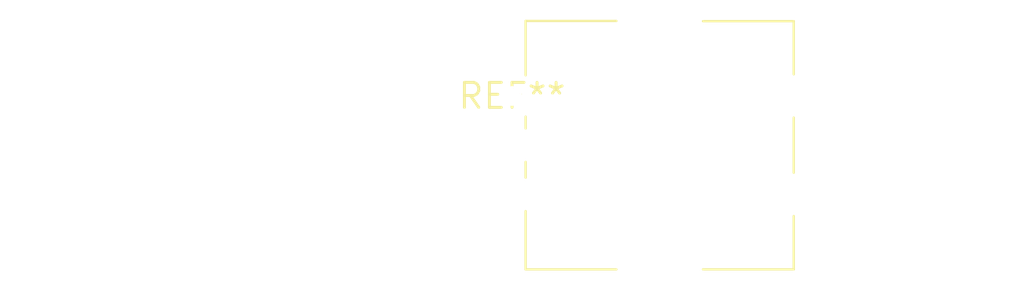
<source format=kicad_pcb>
(kicad_pcb (version 20240108) (generator pcbnew)
  (layers (0 "F.Cu" signal) (31 "B.Cu" signal) (34 "B.Paste" user) (35 "F.Paste" user) (36 "B.SilkS" user "B.Silkscreen") (37 "F.SilkS" user "F.Silkscreen") (38 "B.Mask" user) (39 "F.Mask" user) (44 "Edge.Cuts" user))
  (net 0 "")
  (footprint "RotaryEncoder_Bourns_Vertical_PEC12R-3x17F-Sxxxx" (layer "F.Cu") (at 0 0)
    (property "Reference" "REF**")
    (property "Value" "RotaryEncoder_Bourns_Vertical_PEC12R-3x17F-Sxxxx")
    (fp_line (start 0.69 -3.81) (end 5.3 -3.81) (layer "F.SilkS") (stroke (width 0.12)))
    (fp_line (start 0.69 -1.05) (end 0.69 -3.81) (layer "F.SilkS") (stroke (width 0.12)))
    (fp_line (start 0.69 1.05) (end 0.69 1.65) (layer "F.SilkS") (stroke (width 0.12)))
    (fp_line (start 0.69 3.35) (end 0.69 4.15) (layer "F.SilkS") (stroke (width 0.12)))
    (fp_line (start 0.69 5.85) (end 0.69 8.81) (layer "F.SilkS") (stroke (width 0.12)))
    (fp_line (start 5.3 8.81) (end 0.69 8.81) (layer "F.SilkS") (stroke (width 0.12)))
    (fp_line (start 9.7 -3.8) (end 14.31 -3.8) (layer "F.SilkS") (stroke (width 0.12)))
    (fp_line (start 14.31 -3.8) (end 14.31 -1.1) (layer "F.SilkS") (stroke (width 0.12)))
    (fp_line (start 14.31 1.1) (end 14.31 3.9) (layer "F.SilkS") (stroke (width 0.12)))
    (fp_line (start 14.31 6.1) (end 14.31 8.81) (layer "F.SilkS") (stroke (width 0.12)))
    (fp_line (start 14.31 8.81) (end 9.7 8.81) (layer "F.SilkS") (stroke (width 0.12)))
    (pad "A" thru_hole roundrect (at 0 0) (size 1.6 1.6) (drill 1) (layers *.Cu *.Mask) (remove_unused_layers) (roundrect_rratio 0.15625))
    (pad "B" thru_hole circle (at 0 5) (size 1.6 1.6) (drill 1) (layers *.Cu *.Mask) (remove_unused_layers))
    (pad "C" thru_hole circle (at 0 2.5) (size 1.6 1.6) (drill 1) (layers *.Cu *.Mask) (remove_unused_layers))
    (pad "S1" thru_hole circle (at 14.5 0) (size 1.6 1.6) (drill 1) (layers *.Cu *.Mask) (remove_unused_layers))
    (pad "S2" thru_hole circle (at 14.5 5) (size 1.6 1.6) (drill 1) (layers *.Cu *.Mask) (remove_unused_layers))
    (pad "SH" thru_hole oval (at 7.5 -3.1) (size 4.1 3) (drill oval 3.1 2) (layers *.Cu *.Mask) (remove_unused_layers))
    (pad "SH" thru_hole oval (at 7.5 8.1) (size 4.1 3) (drill oval 3.1 2) (layers *.Cu *.Mask) (remove_unused_layers))
  )
)
</source>
